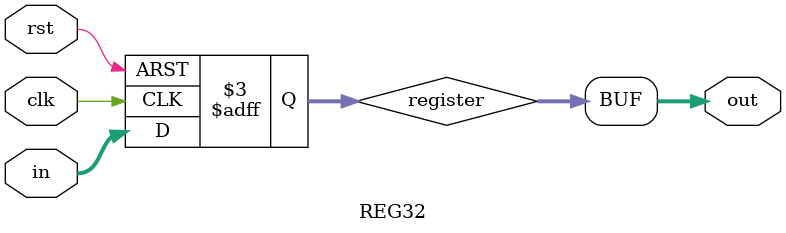
<source format=v>
`timescale 1ns / 1ps


module REG32(
    input [31:0] in,
    input clk,
    input rst,
    output [31:0] out
    );
    reg [31:0] register;
    initial register = 0;
    always @ (posedge clk or posedge rst)
    if(rst)
        register = 0;
    else
        register = in;
        
    assign out = register;
endmodule

</source>
